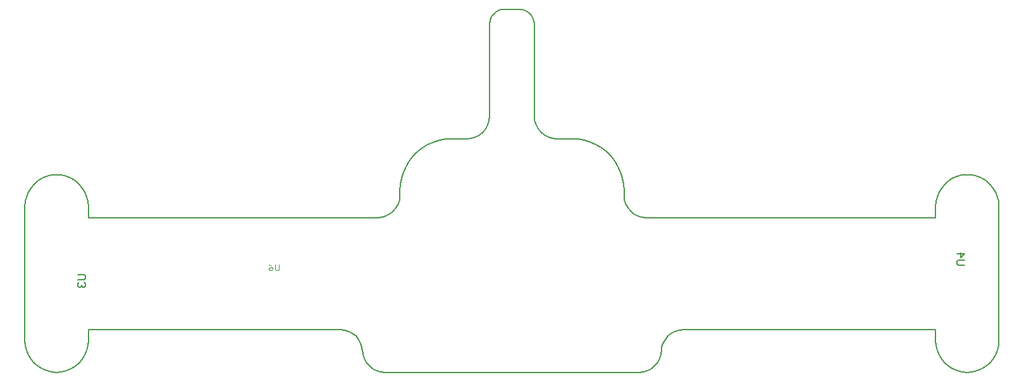
<source format=gm1>
G04*
G04 #@! TF.GenerationSoftware,Altium Limited,Altium Designer,21.3.2 (30)*
G04*
G04 Layer_Color=16711935*
%FSLAX43Y43*%
%MOMM*%
G71*
G04*
G04 #@! TF.SameCoordinates,66AE08A6-6C82-4575-8D08-AF68D2AC6B58*
G04*
G04*
G04 #@! TF.FilePolarity,Positive*
G04*
G01*
G75*
%ADD10C,0.127*%
%ADD18C,0.100*%
%ADD106C,0.178*%
D10*
X1750Y70000D02*
Y71500D01*
Y70000D02*
X40450D01*
X41035Y70058D01*
X41598Y70228D01*
X42117Y70505D01*
X42571Y70878D01*
X42944Y71333D01*
X43221Y71852D01*
X43392Y72414D01*
X43450Y73000D01*
Y73600D01*
X43501Y74444D01*
X43653Y75275D01*
X43905Y76082D01*
X44252Y76853D01*
X44689Y77576D01*
X45210Y78242D01*
X45808Y78839D01*
X46473Y79361D01*
X47197Y79798D01*
X47968Y80145D01*
X48775Y80396D01*
X49606Y80549D01*
X50450Y80600D01*
X52450D01*
X53035Y80657D01*
X53598Y80828D01*
X54117Y81105D01*
X54571Y81479D01*
X54944Y81933D01*
X55222Y82452D01*
X55392Y83015D01*
X55450Y83600D01*
Y95950D01*
X55500Y96395D01*
X55648Y96818D01*
X55886Y97197D01*
X56203Y97513D01*
X56582Y97752D01*
X57005Y97900D01*
X57450Y97950D01*
X59450D01*
X59895Y97900D01*
X60318Y97752D01*
X60697Y97513D01*
X61014Y97197D01*
X61252Y96818D01*
X61400Y96395D01*
X61450Y95950D01*
Y83600D02*
Y95950D01*
Y83600D02*
X61507Y83015D01*
X61678Y82452D01*
X61955Y81933D01*
X62328Y81479D01*
X62783Y81105D01*
X63302Y80828D01*
X63864Y80657D01*
X64450Y80600D01*
X66450D01*
X67294Y80549D01*
X68125Y80396D01*
X68932Y80145D01*
X69703Y79798D01*
X70426Y79361D01*
X71092Y78839D01*
X71689Y78242D01*
X72211Y77576D01*
X72648Y76853D01*
X72995Y76082D01*
X73246Y75275D01*
X73399Y74444D01*
X73450Y73600D01*
Y73000D02*
Y73600D01*
Y73000D02*
X73507Y72414D01*
X73678Y71852D01*
X73955Y71333D01*
X74328Y70878D01*
X74783Y70505D01*
X75302Y70228D01*
X75865Y70058D01*
X76450Y70000D01*
X115150D01*
Y71500D01*
X115202Y72165D01*
X115358Y72813D01*
X115613Y73429D01*
X115962Y73998D01*
X116395Y74505D01*
X116902Y74938D01*
X117470Y75287D01*
X118087Y75542D01*
X118735Y75698D01*
X119400Y75750D01*
X120065Y75698D01*
X120713Y75542D01*
X121329Y75287D01*
X121898Y74938D01*
X122405Y74505D01*
X122838Y73998D01*
X123187Y73429D01*
X123442Y72813D01*
X123598Y72165D01*
X123650Y71500D01*
Y53500D02*
Y71500D01*
X123598Y52835D02*
X123650Y53500D01*
X123442Y52187D02*
X123598Y52835D01*
X123187Y51570D02*
X123442Y52187D01*
X122838Y51002D02*
X123187Y51570D01*
X122405Y50495D02*
X122838Y51002D01*
X121898Y50062D02*
X122405Y50495D01*
X121329Y49713D02*
X121898Y50062D01*
X120713Y49458D02*
X121329Y49713D01*
X120065Y49302D02*
X120713Y49458D01*
X119400Y49250D02*
X120065Y49302D01*
X118735D02*
X119400Y49250D01*
X118087Y49458D02*
X118735Y49302D01*
X117470Y49713D02*
X118087Y49458D01*
X116902Y50062D02*
X117470Y49713D01*
X116395Y50495D02*
X116902Y50062D01*
X115962Y51002D02*
X116395Y50495D01*
X115613Y51570D02*
X115962Y51002D01*
X115358Y52187D02*
X115613Y51570D01*
X115202Y52835D02*
X115358Y52187D01*
X115150Y53500D02*
X115202Y52835D01*
X115150Y53500D02*
Y55000D01*
X81450D02*
X115150D01*
X80865Y54942D02*
X81450Y55000D01*
X80302Y54771D02*
X80865Y54942D01*
X79783Y54494D02*
X80302Y54771D01*
X79329Y54121D02*
X79783Y54494D01*
X78955Y53667D02*
X79329Y54121D01*
X78678Y53148D02*
X78955Y53667D01*
X78507Y52585D02*
X78678Y53148D01*
X78450Y52000D02*
X78507Y52585D01*
X78450Y52000D02*
Y52250D01*
X78392Y51665D02*
X78450Y52250D01*
X78221Y51102D02*
X78392Y51665D01*
X77944Y50583D02*
X78221Y51102D01*
X77571Y50129D02*
X77944Y50583D01*
X77117Y49755D02*
X77571Y50129D01*
X76598Y49478D02*
X77117Y49755D01*
X76035Y49307D02*
X76598Y49478D01*
X75450Y49250D02*
X76035Y49307D01*
X41450Y49250D02*
X75450D01*
X40865Y49307D02*
X41450Y49250D01*
X40302Y49478D02*
X40865Y49307D01*
X39783Y49755D02*
X40302Y49478D01*
X39329Y50129D02*
X39783Y49755D01*
X38955Y50583D02*
X39329Y50129D01*
X38678Y51102D02*
X38955Y50583D01*
X38507Y51665D02*
X38678Y51102D01*
X38450Y52250D02*
X38507Y51665D01*
X38450Y52000D02*
Y52250D01*
X38392Y52585D02*
X38450Y52000D01*
X38221Y53148D02*
X38392Y52585D01*
X37944Y53667D02*
X38221Y53148D01*
X37571Y54121D02*
X37944Y53667D01*
X37116Y54494D02*
X37571Y54121D01*
X36598Y54771D02*
X37116Y54494D01*
X36035Y54942D02*
X36598Y54771D01*
X35450Y55000D02*
X36035Y54942D01*
X1750Y55000D02*
X35450D01*
X1750Y53500D02*
Y55000D01*
X1697Y52835D02*
X1750Y53500D01*
X1542Y52187D02*
X1697Y52835D01*
X1287Y51570D02*
X1542Y52187D01*
X938Y51002D02*
X1287Y51570D01*
X505Y50495D02*
X938Y51002D01*
X-2Y50062D02*
X505Y50495D01*
X-571Y49713D02*
X-2Y50062D01*
X-1187Y49458D02*
X-571Y49713D01*
X-1835Y49302D02*
X-1187Y49458D01*
X-2500Y49250D02*
X-1835Y49302D01*
X-3165D02*
X-2500Y49250D01*
X-3814Y49458D02*
X-3165Y49302D01*
X-4430Y49713D02*
X-3814Y49458D01*
X-4998Y50062D02*
X-4430Y49713D01*
X-5505Y50495D02*
X-4998Y50062D01*
X-5939Y51002D02*
X-5505Y50495D01*
X-6287Y51570D02*
X-5939Y51002D01*
X-6542Y52187D02*
X-6287Y51570D01*
X-6698Y52835D02*
X-6542Y52187D01*
X-6750Y53500D02*
X-6698Y52835D01*
X-6750Y53500D02*
Y71500D01*
X-6698Y72165D01*
X-6542Y72813D01*
X-6287Y73429D01*
X-5939Y73998D01*
X-5505Y74505D01*
X-4998Y74938D01*
X-4430Y75287D01*
X-3814Y75542D01*
X-3165Y75698D01*
X-2500Y75750D01*
X-1835Y75698D01*
X-1187Y75542D01*
X-571Y75287D01*
X-2Y74938D01*
X505Y74505D01*
X938Y73998D01*
X1287Y73429D01*
X1542Y72813D01*
X1697Y72165D01*
X1750Y71500D01*
D18*
X27251Y63719D02*
Y63052D01*
X27118Y62919D01*
X26851D01*
X26718Y63052D01*
Y63719D01*
X25918D02*
X26185Y63585D01*
X26451Y63319D01*
Y63052D01*
X26318Y62919D01*
X26051D01*
X25918Y63052D01*
Y63186D01*
X26051Y63319D01*
X26451D01*
D106*
X119061Y63612D02*
X118214D01*
X118045Y63781D01*
Y64120D01*
X118214Y64289D01*
X119061D01*
X118045Y65136D02*
X119061D01*
X118553Y64628D01*
Y65305D01*
X364Y62388D02*
X1211D01*
X1380Y62219D01*
Y61880D01*
X1211Y61711D01*
X364D01*
X534Y61372D02*
X364Y61203D01*
Y60864D01*
X534Y60695D01*
X703D01*
X872Y60864D01*
Y61034D01*
Y60864D01*
X1041Y60695D01*
X1211D01*
X1380Y60864D01*
Y61203D01*
X1211Y61372D01*
M02*

</source>
